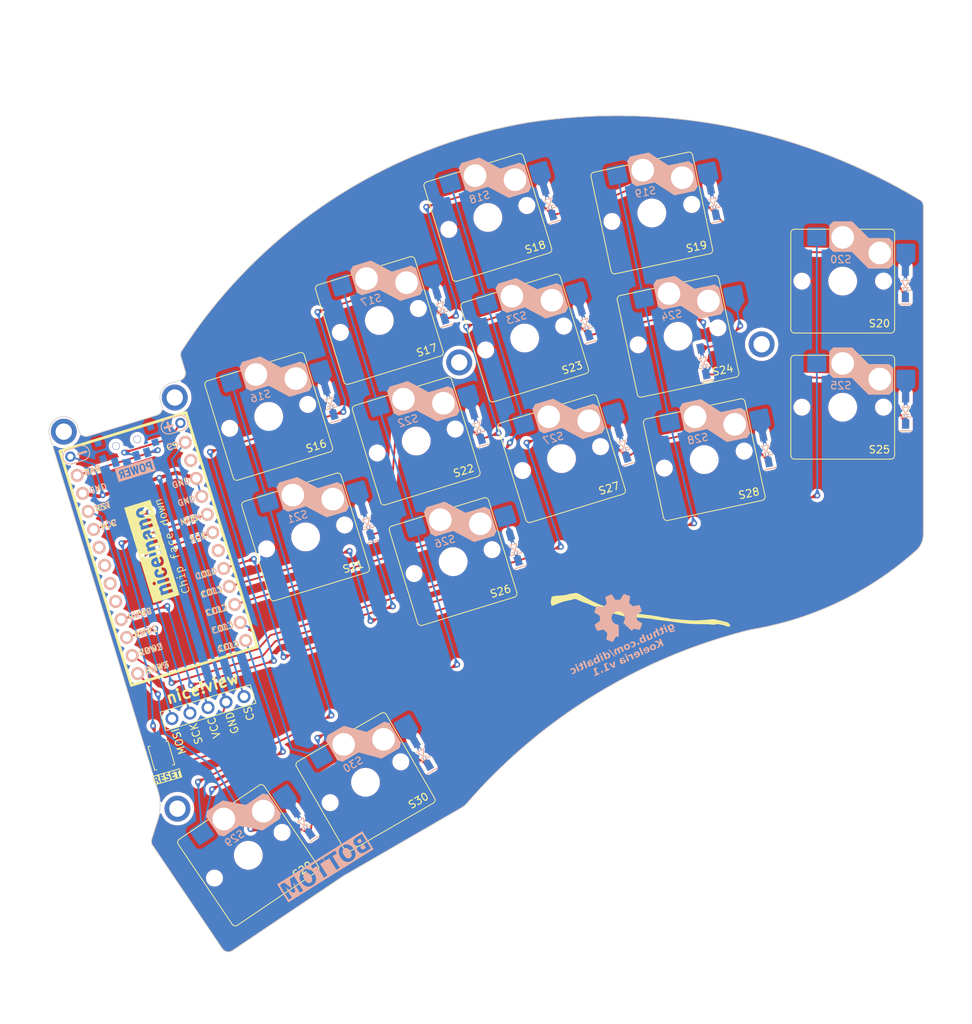
<source format=kicad_pcb>
(kicad_pcb (version 20241229) (generator "pcbnew") (generator_version "9.0")
  (title_block (title "Koeleria") (rev "v1.1"))
  (layers (0 "F.Cu" signal) (2 "B.Cu" signal) (13 "F.Paste" user) (15 "B.Paste" user) (5 "F.SilkS" user "F.Silkscreen") (7 "B.SilkS" user "B.Silkscreen") (1 "F.Mask" user) (3 "B.Mask" user) (25 "Edge.Cuts" user))
  (net 0 "")
  (net 1 "mirror_pinky_home")
  (net 2 "mirror_pinky_top")
  (net 3 "mirror_ring_bottom")
  (net 4 "mirror_ring_home")
  (net 5 "mirror_ring_top")
  (net 6 "mirror_middle_bottom")
  (net 7 "mirror_middle_home")
  (net 8 "mirror_middle_top")
  (net 9 "mirror_index_bottom")
  (net 10 "mirror_index_home")
  (net 11 "mirror_index_top")
  (net 12 "mirror_inner_bottom")
  (net 13 "mirror_inner_home")
  (net 14 "mirror_inner_thumb")
  (net 15 "mirror_space_thumb")
  (footprint "LOGO" (layer "F.Cu") (at 233.99 149.46 135)
    (property "Reference" "G***" (hide yes))
    (property "Value" "LOGO" (hide yes))
  )
  (footprint "KiCad Footprints:ducky_Hotswap_Kailh_Choc_V1_tweaked" (layer "F.Cu") (at 211.826586 142.145974 17.01)
    (property "Reference" "S26")
    (property "Value" "")
  )
  (footprint "KiCad Footprints:ducky_Hotswap_Kailh_Choc_V1_tweaked" (layer "F.Cu") (at 221.483056 112.003971 17)
    (property "Reference" "S23")
    (property "Value" "")
  )
  (footprint "KiCad Footprints:ducky_Hotswap_Kailh_Choc_V1_tweaked" (layer "F.Cu") (at 216.512737 95.74679 17)
    (property "Reference" "S18")
    (property "Value" "")
  )
  (footprint "KiCad Footprints:ducky_Hotswap_Kailh_Choc_V1_tweaked" (layer "F.Cu") (at 201.880273 109.633347 17.01)
    (property "Reference" "S17")
    (property "Value" "")
  )
  (footprint "KiCad Footprints:ducky_nice_view" (layer "F.Cu") (at 173.958715 146.067748 16.98)
    (property "Reference" "DISP1" (hide yes))
    (property "Value" "" (hide yes))
  )
  (footprint "KiCad Footprints:ducky_Hotswap_Kailh_Choc_V1_tweaked" (layer "F.Cu") (at 242.164019 111.770042 12)
    (property "Reference" "S24")
    (property "Value" "")
  )
  (footprint "KiCad Footprints:ducky_Hotswap_Kailh_Choc_V1_tweaked" (layer "F.Cu") (at 191.936525 138.820782 17.02)
    (property "Reference" "S21")
    (property "Value" "")
  )
  (footprint "kibuzzard-636588C8" (layer "F.Cu") (at 174.022412 140.070674 106.98)
    (property "Reference" "kibuzzard-636588C8" (hide yes))
    (property "Value" "G***" (hide yes))
  )
  (footprint "KiCad Footprints:ducky_Hotswap_Kailh_Choc_V1_tweaked" (layer "F.Cu") (at 245.698518 128.398551 12)
    (property "Reference" "S28")
    (property "Value" "")
  )
  (footprint "KiCad Footprints:ducky_Hotswap_Kailh_Choc_V1_tweaked" (layer "F.Cu") (at 186.960531 122.565337 17.02)
    (property "Reference" "S16")
    (property "Value" "")
  )
  (footprint "" (layer "F.Cu") (at 174.29 120.025)
    (property "Reference" "")
    (property "Value" "")
  )
  (footprint "KiCad Footprints:ducky_1pin_Battery" (layer "F.Cu") (at 160.210057 127.992642 17)
    (property "Reference" "Bat+0" (hide yes))
    (property "Value" "MountingHole_Pad" (hide yes))
  )
  (footprint "LOGO" (layer "F.Cu") (at 234.002829 149.434071 135)
    (property "Reference" "G***" (hide yes))
    (property "Value" "LOGO" (hide yes))
  )
  (footprint "" (layer "F.Cu") (at 159.32 124.625)
    (property "Reference" "")
    (property "Value" "")
  )
  (footprint "KiCad Footprints:ducky_Hotswap_Kailh_Choc_V1_tweaked" (layer "F.Cu") (at 264.373051 121.330674)
    (property "Reference" "S25")
    (property "Value" "")
  )
  (footprint "KiCad Footprints:ducky_1pin_Battery" (layer "F.Cu") (at 175.054219 123.455256 -163)
    (property "Reference" "Bat+0" (hide yes))
    (property "Value" "MountingHole_Pad" (hide yes))
  )
  (footprint "KiCad Footprints:ducky_Hotswap_Kailh_Choc_V1_tweaked" (layer "F.Cu") (at 200.014977 171.903089 30.01)
    (property "Reference" "S30")
    (property "Value" "")
  )
  (footprint "KiCad Footprints:ducky_Hotswap_Kailh_Choc_V1_tweaked" (layer "F.Cu") (at 238.62952 95.141532 12)
    (property "Reference" "S19")
    (property "Value" "")
  )
  (footprint "KiCad Footprints:ducky_Hotswap_Kailh_Choc_V1_tweaked" (layer "F.Cu") (at 264.373051 104.330674)
    (property "Reference" "S20")
    (property "Value" "")
  )
  (footprint "KiCad Footprints:ducky_Hotswap_Kailh_Choc_V1_tweaked" (layer "F.Cu") (at 206.853429 125.88966 17.01)
    (property "Reference" "S22")
    (property "Value" "")
  )
  (footprint "KiCad Footprints:ducky_Hotswap_Kailh_Choc_V1_tweaked" (layer "F.Cu") (at 184.205946 181.743035 34.01)
    (property "Reference" "S29")
    (property "Value" "")
  )
  (footprint "kibuzzard-6365884B" (layer "F.Cu") (at 171.197138 140.768949 106.98)
    (property "Reference" "kibuzzard-6365884B" (hide yes))
    (property "Value" "G***" (hide yes))
  )
  (footprint "KiCad Footprints:ducky_Hotswap_Kailh_Choc_V1_tweaked" (layer "F.Cu") (at 226.453375 128.261152 17)
    (property "Reference" "S27")
    (property "Value" "")
  )
  (footprint "Button_Switch_SMD:SW_SPST_B3U-1000P" (layer "F.Cu") (at 172.48 168.305 106)
    (property "Reference" "RESET")
    (property "Value" "SW_SPST_B3U-1000P" (hide yes))
  )
  (footprint "" (layer "F.Cu") (at 212.65 115.285)
    (property "Reference" "")
    (property "Value" "")
  )
  (footprint "" (layer "F.Cu") (at 174.65 175.455)
    (property "Reference" "")
    (property "Value" "")
  )
  (footprint "" (layer "F.Cu") (at 253.44 112.845)
    (property "Reference" "")
    (property "Value" "")
  )
  (footprint "KiCad Footprints:ducky_diode" (layer "B.Cu") (at 224.755984 93.614342 107)
    (property "Reference" "D17" (hide yes))
    (property "Value" "" (hide yes))
  )
  (footprint "urchin-footprints:smt-slider-switch" (layer "B.Cu") (at 167.807138 126.114382 -162.75)
    (property "Reference" "SW_POWER1" (hide yes))
    (property "Value" "SW_SPDT" (hide yes))
  )
  (footprint "KiCad Footprints:ducky_diode" (layer "B.Cu") (at 215.15 123.795 107.01)
    (property "Reference" "D22" (hide yes))
    (property "Value" "" (hide yes))
  )
  (footprint "KiCad Footprints:ducky_diode" (layer "B.Cu") (at 246.97 93.545 102)
    (property "Reference" "D16" (hide yes))
    (property "Value" "" (hide yes))
  )
  (footprint "KiCad Footprints:ducky_diode" (layer "B.Cu") (at 272.9 104.605 90)
    (property "Reference" "D19" (hide yes))
    (property "Value" "" (hide yes))
  )
  (footprint "KiCad Footprints:ducky_diode" (layer "B.Cu") (at 200.235902 136.724297 107.02)
    (property "Reference" "D28" (hide yes))
    (property "Value" "" (hide yes))
  )
  (footprint "KiCad Footprints:ducky_diode" (layer "B.Cu") (at 191.53 177.225 124.01)
    (property "Reference" "D30" (hide yes))
    (property "Value" "" (hide yes))
  )
  (footprint "KiCad Footprints:ducky_diode" (layer "B.Cu") (at 195.245902 120.504297 107.02)
    (property "Reference" "D23" (hide yes))
    (property "Value" "" (hide yes))
  )
  (footprint "kibuzzard-6365951E" (layer "B.Cu") (at 168.977138 129.788949 -163.02)
    (property "Reference" "kibuzzard-6365951E" (hide yes))
    (property "Value" "G***" (hide yes))
  )
  (footprint "KiCad Footprints:ducky_diode" (layer "B.Cu") (at 254.06 126.855 102)
    (property "Reference" "D25" (hide yes))
    (property "Value" "" (hide yes))
  )
  (footprint "KiCad Footprints:ducky_diode" (layer "B.Cu") (at 229.66 109.825 107)
    (property "Reference" "D21" (hide yes))
    (property "Value" "" (hide yes))
  )
  (footprint "Symbol:OSHW-Symbol_6.7x6mm_SilkScreen" (layer "B.Cu") (at 233.984089 149.452302 -156)
    (property "Reference" "REF**" (hide yes))
    (property "Value" "OSHW-Symbol_6.7x6mm_SilkScreen" (hide yes))
  )
  (footprint "KiCad Footprints:ducky_nice_nano" (layer "B.Cu") (at 172.494727 141.654623 -73.02)
    (property "Reference" "U2" (hide yes))
    (property "Value" "nice_nano" (hide yes))
  )
  (footprint "KiCad Footprints:ducky_diode" (layer "B.Cu") (at 220.115943 140.185 107.01)
    (property "Reference" "D27" (hide yes))
    (property "Value" "" (hide yes))
  )
  (footprint "KiCad Footprints:ducky_diode" (layer "B.Cu") (at 272.93 121.685 90)
    (property "Reference" "D24" (hide yes))
    (property "Value" "" (hide yes))
  )
  (footprint "KiCad Footprints:ducky_diode" (layer "B.Cu") (at 234.77 126.255 107)
    (property "Reference" "D26" (hide yes))
    (property "Value" "" (hide yes))
  )
  (footprint "KiCad Footprints:duckey diode" (layer "B.Cu") (at 210.22 107.625 107.01)
    (property "Reference" "D18" (hide yes))
    (property "Value" "" (hide yes))
  )
  (footprint "KiCad Footprints:ducky_diode" (layer "B.Cu") (at 207.64 167.915 120.01)
    (property "Reference" "D29" (hide yes))
    (property "Value" "" (hide yes))
  )
  (footprint "KiCad Footprints:ducky_diode" (layer "B.Cu") (at 245.63802 115.006914 102)
    (property "Reference" "D20" (hide yes))
    (property "Value" "" (hide yes))
  )
  (gr_line (start 171.297088 180.417256) (end 180.685044 194.330233) (stroke (width 0.1)) (layer "Edge.Cuts"))
  (gr_arc (start 172.388057 120.580877) (mid 172.53633 119.059097) (end 173.716723 118.087247) (stroke (width 0.1)) (layer "Edge.Cuts"))
  (gr_line (start 275.261129 122.179695) (end 275.261129 128.021695) (stroke (width 0.1)) (layer "Edge.Cuts"))
  (gr_arc (start 222.063493 82.905398) (mid 249.334519 83.527252) (end 274.776675 93.365556) (stroke (width 0.1)) (layer "Edge.Cuts"))
  (gr_arc (start 172.036791 173.126987) (mid 172.313504 175.017865) (end 172.01511 176.905443) (stroke (width 0.1)) (layer "Edge.Cuts"))
  (gr_arc (start 275.261129 138.452543) (mid 274.999669 139.677493) (end 274.260807 140.688896) (stroke (width 0.1)) (layer "Edge.Cuts"))
  (gr_line (start 275.261129 110.495695) (end 275.261129 122.179695) (stroke (width 0.1)) (layer "Edge.Cuts"))
  (gr_arc (start 175.686184 116.438138) (mid 175.612836 117.20038) (end 175.022081 117.687661) (stroke (width 0.1)) (layer "Edge.Cuts"))
  (gr_line (start 275.261129 128.021695) (end 275.261129 138.452543) (stroke (width 0.1)) (layer "Edge.Cuts"))
  (gr_line (start 175.686184 116.438138) (end 175.105685 114.539409) (stroke (width 0.1)) (layer "Edge.Cuts"))
  (gr_arc (start 274.776675 93.365556) (mid 275.131631 93.730495) (end 275.261129 94.222848) (stroke (width 0.1)) (layer "Edge.Cuts"))
  (gr_line (start 275.261129 94.222848) (end 275.261129 104.653695) (stroke (width 0.1)) (layer "Edge.Cuts"))
  (gr_line (start 173.716723 118.087247) (end 175.022081 117.687661) (stroke (width 0.1)) (layer "Edge.Cuts"))
  (gr_arc (start 172.557116 121.136601) (mid 172.482908 121.898478) (end 171.891939 122.385) (stroke (width 0.1)) (layer "Edge.Cuts"))
  (gr_arc (start 182.074376 194.60004) (mid 181.323826 194.752891) (end 180.685044 194.330233) (stroke (width 0.1)) (layer "Edge.Cuts"))
  (gr_line (start 171.891939 122.385) (end 162.632026 125.212504) (stroke (width 0.1)) (layer "Edge.Cuts"))
  (gr_arc (start 175.105685 114.539409) (mid 175.07159 114.108241) (end 175.222632 113.702959) (stroke (width 0.1)) (layer "Edge.Cuts"))
  (gr_arc (start 175.222632 113.702959) (mid 195.404069 93.377905) (end 222.063493 82.905398) (stroke (width 0.1)) (layer "Edge.Cuts"))
  (gr_line (start 275.261129 104.653695) (end 275.261129 110.495695) (stroke (width 0.1)) (layer "Edge.Cuts"))
  (gr_arc (start 213.887127 174.528302) (mid 231.140088 160.011095) (end 251.953791 151.339085) (stroke (width 0.1)) (layer "Edge.Cuts"))
  (gr_line (start 157.409511 125.223512) (end 172.036791 173.126987) (stroke (width 0.1)) (layer "Edge.Cuts"))
  (gr_arc (start 157.409511 125.223512) (mid 158.698317 122.686499) (end 161.218075 124.008713) (stroke (width 0.1)) (layer "Edge.Cuts"))
  (gr_line (start 161.217133 124.005627) (end 161.382633 124.547631) (stroke (width 0.1)) (layer "Edge.Cuts"))
  (gr_arc (start 171.297088 180.417256) (mid 171.136105 179.999992) (end 171.172941 179.554268) (stroke (width 0.1)) (layer "Edge.Cuts"))
  (gr_arc (start 274.260807 140.688896) (mid 263.868992 147.609375) (end 251.953791 151.339085) (stroke (width 0.1)) (layer "Edge.Cuts"))
  (gr_line (start 172.388057 120.580877) (end 172.557116 121.136601) (stroke (width 0.1)) (layer "Edge.Cuts"))
  (gr_arc (start 213.887127 174.528302) (mid 213.473858 174.98086) (end 212.977241 175.339986) (stroke (width 0.1)) (layer "Edge.Cuts"))
  (gr_arc (start 162.632026 125.212504) (mid 161.869654 125.138807) (end 161.382633 124.547631) (stroke (width 0.1)) (layer "Edge.Cuts"))
  (gr_line (start 171.172941 179.554268) (end 172.01511 176.905443) (stroke (width 0.1)) (layer "Edge.Cuts"))
  (gr_line (start 182.074376 194.60004) (end 197.026594 184.55281) (stroke (width 0.1)) (layer "Edge.Cuts"))
  (gr_line (start 197.026594 184.55281) (end 212.977241 175.339986) (stroke (width 0.1)) (layer "Edge.Cuts"))
  (gr_text "nice!view" (at 178.017138 159.178949 16.98) (layer "F.SilkS") (effects (font (size 1.5 1.5) (thickness 0.3))))
  (gr_text "COL4" (at 180.137138 154.488949 16.981) (layer "F.SilkS") (effects (font (size 0.8 0.8) (thickness 0.15) (bold yes)) (justify left bottom)))
  (gr_text "COL2" (at 178.547138 149.638949 16.981) (layer "F.SilkS") (effects (font (size 0.8 0.8) (thickness 0.15) (bold yes)) (justify left bottom)))
  (gr_text "ROW3" (at 170.377138 157.408949 16.981) (layer "F.SilkS") (effects (font (size 0.8 0.8) (thickness 0.15) (bold yes)) (justify left bottom)))
  (gr_text "BOTTOM" (at 201.16 180.995 32) (layer "B.SilkS" knockout) (effects (font (size 2.25 2) (thickness 0.3) (bold yes)) (justify left bottom mirror)))
  (gr_text "Koeleria v1.1" (at 240.42 153.565 24) (layer "B.SilkS") (effects (font (size 1 1) (thickness 0.25) (bold yes)) (justify left bottom mirror)))
  (gr_text "github.com/dibaltic" (at 241.88 151.31 24) (layer "B.SilkS") (effects (font (size 1 1) (thickness 0.25) (bold yes)) (justify left bottom mirror)))
  (gr_text "COL2" (at 181.567138 148.678949 16.981) (layer "B.SilkS") (effects (font (size 0.8 0.8) (thickness 0.15) (bold yes)) (justify left bottom mirror)))
  (gr_text "COL4" (at 183.167138 153.588949 16.981) (layer "B.SilkS") (effects (font (size 0.8 0.8) (thickness 0.15) (bold yes)) (justify left bottom mirror)))
  (gr_text "ROW3" (at 173.667138 156.448949 16.981) (layer "B.SilkS") (effects (font (size 0.8 0.8) (thickness 0.15) (bold yes)) (justify left bottom mirror)))
  (segment (start 270.79 102.795) (end 267.79 102.765) (width 0.25) (layer "F.Cu") (net 0))
  (segment (start 164.07 133.355) (end 174.51 130.135) (width 0.5) (layer "F.Cu") (net 0))
  (segment (start 251.75 100.235) (end 247.291671 95.419074) (width 0.25) (layer "F.Cu") (net 0))
  (segment (start 222.06 92.395) (end 222.17 92.365) (width 0.25) (layer "F.Cu") (net 0))
  (segment (start 175.054219 123.455256) (end 173.68 125.565) (width 0.25) (layer "F.Cu") (net 0))
  (segment (start 225.84 140.312568) (end 226.37 140.155) (width 0.25) (layer "F.Cu") (net 0))
  (segment (start 217.51 124.985) (end 217.7 124.905) (width 0.25) (layer "F.Cu") (net 0))
  (segment (start 246.07 124.465) (end 238.32 126.085) (width 0.25) (layer "F.Cu") (net 0))
  (segment (start 186.12 154.885) (end 173.85 158.535) (width 0.25) (layer "F.Cu") (net 0))
  (segment (start 185.56 153.905) (end 172.94 157.745) (width 0.25) (layer "F.Cu") (net 0))
  (segment (start 187.85 152.895) (end 186.12 154.885) (width 0.25) (layer "F.Cu") (net 0))
  (segment (start 161.127138 130.518949) (end 172.01 127.125) (width 0.25) (layer "F.Cu") (net 0))
  (segment (start 213.588295 110.455) (end 221.47 107.975) (width 0.25) (layer "F.Cu") (net 0))
  (segment (start 195.730327 122.343035) (end 179.04 127.355) (width 0.25) (layer "F.Cu") (net 0))
  (segment (start 200.69 150.155) (end 244.34 136.985) (width 0.25) (layer "F.Cu") (net 0))
  (segment (start 209.65 123.465) (end 212.4 122.585) (width 0.25) (layer "F.Cu") (net 0))
  (segment (start 219.25 93.225) (end 222.06 92.395) (width 0.25) (layer "F.Cu") (net 0))
  (segment (start 172.011416 166.670856) (end 171.36 164.285) (width 0.25) (layer "F.Cu") (net 0))
  (segment (start 192.530571 178.841936) (end 188.47 176.885) (width 0.25) (layer "F.Cu") (net 0))
  (segment (start 171.65 151.165) (end 167.803124 152.382408) (width 0.25) (layer "F.Cu") (net 0))
  (segment (start 220.600048 142.023823) (end 187.19 152.075) (width 0.25) (layer "F.Cu") (net 0))
  (segment (start 251.66 125.555) (end 248.8 126.195) (width 0.25) (layer "F.Cu") (net 0))
  (segment (start 172.03 160.025) (end 169.286677 157.240954) (width 0.25) (layer "F.Cu") (net 0))
  (segment (start 270.7 119.735) (end 272.855 123.585) (width 0.25) (layer "F.Cu") (net 0))
  (segment (start 204.24 122.825) (end 206.99 121.985) (width 0.25) (layer "F.Cu") (net 0))
  (segment (start 203.715415 148.185) (end 187.85 152.895) (width 0.25) (layer "F.Cu") (net 0))
  (segment (start 202.05 168.935) (end 204.71 167.335) (width 0.25) (layer "F.Cu") (net 0))
  (segment (start 193.531301 108.485) (end 201.94 105.735) (width 0.25) (layer "F.Cu") (net 0))
  (segment (start 172.948584 169.939144) (end 179.27 168.125) (width 0.25) (layer "F.Cu") (net 0))
  (segment (start 212.4 122.585) (end 212.56 122.535) (width 0.25) (layer "F.Cu") (net 0))
  (segment (start 201.94 105.735) (end 204.58 107.125) (width 0.25) (layer "F.Cu") (net 0))
  (segment (start 193.95 171.245) (end 199.07 168.045) (width 0.25) (layer "F.Cu") (net 0))
  (segment (start 248.8 126.195) (end 246.07 124.465) (width 0.25) (layer "F.Cu") (net 0))
  (segment (start 235.253783 128.093907) (end 232.16 124.895) (width 0.25) (layer "F.Cu") (net 0))
  (segment (start 188.96 155.025) (end 260.95 133.235) (width 0.25) (layer "F.Cu") (net 0))
  (segment (start 229.39 125.765) (end 226.690679 124.364321) (width 0.25) (layer "F.Cu") (net 0))
  (segment (start 215.634105 125.633823) (end 217.51 124.985) (width 0.25) (layer "F.Cu") (net 0))
  (segment (start 224.32 109.465) (end 227.05 108.615) (width 0.25) (layer "F.Cu") (net 0))
  (segment (start 204.58 107.125) (end 207.81 106.205) (width 0.25) (layer "F.Cu") (net 0))
  (segment (start 217.7 124.905) (end 217.97 124.825) (width 0.25) (layer "F.Cu") (net 0))
  (segment (start 211.81 138.765) (end 219.49 126.115) (width 0.25) (layer "F.Cu") (net 0))
  (segment (start 238.32 126.085) (end 235.253783 128.093907) (width 0.25) (layer "F.Cu") (net 0))
  (segment (start 225.239767 95.453249) (end 231.25 93.825) (width 0.25) (layer "F.Cu") (net 0))
  (segment (start 208.2 94.325) (end 216.54 91.775) (width 0.25) (layer "F.Cu") (net 0))
  (segment (start 179.31 172.855) (end 188.886725 167.781725) (width 0.25) (layer "F.Cu") (net 0))
  (segment (start 232.59 111.055) (end 243.41 108.465) (width 0.25) (layer "F.Cu") (net 0))
  (segment (start 272.825 106.505) (end 270.79 102.795) (width 0.25) (layer "F.Cu") (net 0))
  (segment (start 180.895211 143.073204) (end 184.95 141.785) (width 0.25) (layer "F.Cu") (net 0))
  (segment (start 231.25 93.825) (end 236.49 91.585) (width 0.25) (layer "F.Cu") (net 0))
  (segment (start 221.73 126.115) (end 226.690679 124.364321) (width 0.25) (layer "F.Cu") (net 0))
  (segment (start 188.47 176.885) (end 186.19 178.545) (width 0.25) (layer "F.Cu") (net 0))
  (segment (start 173.28 148.125) (end 167.061348 149.953134) (width 0.25) (layer "F.Cu") (net 0))
  (segment (start 174.51 130.135) (end 177.18633 130.926838) (width 0.5) (layer "F.Cu") (net 0))
  (segment (start 227.22 108.565) (end 230.143783 111.663907) (width 0.25) (layer "F.Cu") (net 0))
  (segment (start 170.881848 135.435) (end 163.352467 137.806769) (width 0.25) (layer "F.Cu") (net 0))
  (segment (start 212.38 156.035) (end 193.52 165.915) (width 0.25) (layer "F.Cu") (net 0))
  (segment (start 216.54 91.775) (end 219.25 93.225) (width 0.25) (layer "F.Cu") (net 0))
  (segment (start 161.868915 132.948222) (end 164.07 133.355) (width 0.5) (layer "F.Cu") (net 0))
  (segment (start 207.81 106.205) (end 210.704105 109.463823) (width 0.25) (layer "F.Cu") (net 0))
  (segment (start 222.17 92.365) (end 225.239767 95.453249) (width 0.25) (layer "F.Cu") (net 0))
  (segment (start 220.600048 142.023823) (end 225.84 140.312568) (width 0.25) (layer "F.Cu") (net 0))
  (segment (start 241.54 92.815) (end 244.43 92.215) (width 0.25) (layer "F.Cu") (net 0))
  (segment (start 203.12 137.835) (end 204.24 122.825) (width 0.25) (layer "F.Cu") (net 0))
  (segment (start 210.704105 109.463823) (end 212.22 109.015) (width 0.25) (layer "F.Cu") (net 0))
  (segment (start 239.01 91.135) (end 241.54 92.815) (width 0.25) (layer "F.Cu") (net 0))
  (segment (start 173.68 125.565) (end 167.46 127.445) (width 0.25) (layer "F.Cu") (net 0))
  (segment (start 232.16 124.895) (end 229.39 125.765) (width 0.25) (layer "F.Cu") (net 0))
  (segment (start 267.73 119.715) (end 270.7 119.735) (width 0.25) (layer "F.Cu") (net 0))
  (segment (start 244.43 92.215) (end 247.291671 95.419074) (width 0.25) (layer "F.Cu") (net 0))
  (segment (start 245.959691 116.880988) (end 265.57 117.495) (width 0.25) (layer "F.Cu") (net 0))
  (segment (start 179.27 168.125) (end 181.200772 161.087555) (width 0.25) (layer "F.Cu") (net 0))
  (segment (start 200.720327 138.563035) (end 203.12 137.835) (width 0.25) (layer "F.Cu") (net 0))
  (segment (start 243.41 108.465) (end 245.56 109.885) (width 0.25) (layer "F.Cu") (net 0))
  (segment (start 230.143783 111.663907) (end 232.59 111.055) (width 0.25) (layer "F.Cu") (net 0))
  (segment (start 236.49 91.585) (end 239.01 91.135) (width 0.25) (layer "F.Cu") (net 0))
  (segment (start 267.79 102.765) (end 265.54 100.535) (width 0.25) (layer "F.Cu") (net 0))
  (segment (start 169.937198 141.295) (end 179.411658 138.214658) (width 0.25) (layer "F.Cu") (net 0))
  (segment (start 192.530571 178.841936) (end 193.95 171.245) (width 0.25) (layer "F.Cu") (net 0))
  (segment (start 184.27 178.163462) (end 186.19 178.545) (width 0.25) (layer "F.Cu") (net 0))
  (segment (start 227.05 108.615) (end 227.22 108.565) (width 0.25) (layer "F.Cu") (net 0))
  (segment (start 195.730327 122.343035) (end 197.03 121.965) (width 0.25) (layer "F.Cu") (net 0))
  (segment (start 204.71 167.335) (end 208.525341 169.597794) (width 0.25) (layer "F.Cu") (net 0))
  (segment (start 176.46 158.855) (end 187.67 155.525) (width 0.25) (layer "F.Cu") (net 0))
  (segment (start 254.381671 128.729074) (end 251.66 125.555) (width 0.25) (layer "F.Cu") (net 0))
  (segment (start 181.636987 145.502477) (end 197.87 140.705) (width 0.25) (layer "F.Cu") (net 0))
  (segment (start 212.56 122.535) (end 215.634105 125.633823) (width 0.25) (layer "F.Cu") (net 0))
  (segment (start 199.07 168.045) (end 202.05 168.935) (width 0.25) (layer "F.Cu") (net 0))
  (segment (start 182.378763 147.93175) (end 211.81 138.765) (width 0.25) (layer "F.Cu") (net 0))
  (segment (start 195.42 162.885) (end 177.41 171.845) (width 0.25) (layer "F.Cu") (net 0))
  (segment (start 187.19 152.075) (end 185.56 153.905) (width 0.25) (layer "F.Cu") (net 0))
  (segment (start 172.94 157.745) (end 168.5449 154.811681) (width 0.25) (layer "F.Cu") (net 0))
  (segment (start 221.47 107.975) (end 224.32 109.465) (width 0.25) (layer "F.Cu") (net 0))
  (segment (start 265.54 100.535) (end 251.75 100.235) (width 0.25) (layer "F.Cu") (net 0))
  (segment (start 206.99 121.985) (end 209.65 123.465) (width 0.25) (layer "F.Cu") (net 0))
  (segment (start 167.1 139.665) (end 178.669882 135.785385) (width 0.25) (layer "F.Cu") (net 0))
  (segment (start 265.57 117.495) (end 267.73 119.715) (width 0.25) (layer "F.Cu") (net 0))
  (via (at 173.28 148.125) (size 0.8) (drill 0.4) (layers "F.Cu" "B.Cu") (net 0))
  (via (at 188.96 155.025) (size 0.8) (drill 0.4) (layers "F.Cu" "B.Cu") (net 0))
  (via (at 172.03 160.025) (size 0.8) (drill 0.4) (layers "F.Cu" "B.Cu") (net 0))
  (via (at 172.01 127.125) (size 0.8) (drill 0.4) (layers "F.Cu" "B.Cu") (net 0))
  (via (at 169.937198 141.295) (size 0.8) (drill 0.4) (layers "F.Cu" "B.Cu") (net 0))
  (via (at 173.85 158.535) (size 0.8) (drill 0.4) (layers "F.Cu" "B.Cu") (net 0))
  (via (at 184.95 141.785) (size 0.8) (drill 0.4) (layers "F.Cu" "B.Cu") (net 0))
  (via (at 164.58 133.197701) (size 0.8) (drill 0.4) (layers "F.Cu" "B.Cu") (net 0))
  (via (at 167.1 139.665) (size 0.8) (drill 0.4) (layers "F.Cu" "B.Cu") (net 0))
  (via (at 226.37 140.155) (size 0.8) (drill 0.4) (layers "F.Cu" "B.Cu") (net 0))
  (via (at 203.715415 148.185) (size 0.8) (drill 0.4) (layers "F.Cu" "B.Cu") (net 0))
  (via (at 244.34 136.985) (size 0.8) (drill 0.4) (layers "F.Cu" "B.Cu") (net 0))
  (via (at 221.73 126.115) (size 0.8) (drill 0.4) (layers "F.Cu" "B.Cu") (net 0))
  (via (at 167.46 127.445) (size 0.8) (drill 0.4) (layers "F.Cu" "B.Cu") (net 0))
  (via (at 217.97 124.825) (size 0.8) (drill 0.4) (layers "F.Cu" "B.Cu") (net 0))
  (via (at 219.49 126.115) (size 0.8) (drill 0.4) (layers "F.Cu" "B.Cu") (net 0))
  (via (at 212.22 109.015) (size 0.8) (drill 0.4) (layers "F.Cu" "B.Cu") (net 0))
  (via (at 260.95 133.235) (size 0.8) (drill 0.4) (layers "F.Cu" "B.Cu") (net 0))
  (via (at 197.87 140.705) (size 0.8) (drill 0.4) (layers "F.Cu" "B.Cu") (net 0))
  (via (at 245.56 109.885) (size 0.8) (drill 0.4) (layers "F.Cu" "B.Cu") (net 0))
  (via (at 179.31 172.855) (size 0.8) (drill 0.4) (layers "F.Cu" "B.Cu") (net 0))
  (via (at 176.49 158.846088) (size 0.8) (drill 0.4) (layers "F.Cu" "B.Cu") (net 0))
  (via (at 195.42 162.885) (size 0.8) (drill 0.4) (layers "F.Cu" "B.Cu") (net 0))
  (via (at 200.69 150.155) (size 0.8) (drill 0.4) (layers "F.Cu" "B.Cu") (net 0))
  (via (at 213.588295 110.455) (size 0.8) (drill 0.4) (layers "F.Cu" "B.Cu") (net 0))
  (via (at 208.2 94.325) (size 0.8) (drill 0.4) (layers "F.Cu" "B.Cu") (net 0))
  (via (at 179.04 127.355) (size 0.8) (drill 0.4) (layers "F.Cu" "B.Cu") (net 0))
  (via (at 212.38 156.035) (size 0.8) (drill 0.4) (layers "F.Cu" "B.Cu") (net 0))
  (via (at 193.52 165.915) (size 0.8) (drill 0.4) (layers "F.Cu" "B.Cu") (net 0))
  (via (at 187.67 155.525) (size 0.8) (drill 0.4) (layers "F.Cu" "B.Cu") (net 0))
  (via (at 170.881848 135.435) (size 0.8) (drill 0.4) (layers "F.Cu" "B.Cu") (net 0))
  (via (at 193.531301 108.485) (size 0.8) (drill 0.4) (layers "F.Cu" "B.Cu") (net 0))
  (via (at 184.5 178.209167) (size 0.8) (drill 0.4) (layers "F.Cu" "B.Cu") (net 0))
  (via (at 197.03 121.965) (size 0.8) (drill 0.4) (layers "F.Cu" "B.Cu") (net 0))
  (via (at 171.36 164.285) (size 0.8) (drill 0.4) (layers "F.Cu" "B.Cu") (net 0))
  (via (at 188.886725 167.781725) (size 0.8) (drill 0.4) (layers "F.Cu" "B.Cu") (net 0))
  (via (at 171.65 151.165) (size 0.8) (drill 0.4) (layers "F.Cu" "B.Cu") (net 0))
  (via (at 177.41 171.845) (size 0.8) (drill 0.4) (layers "F.Cu" "B.Cu") (net 0))
  (via (at 172.2 130.847471) (size 0.8) (drill 0.4) (layers "F.Cu" "B.Cu") (net 0))
  (segment (start 170.571257 127.42883) (end 172.01 127.125) (width 0.25) (layer "B.Cu") (net 0))
  (segment (start 193.983287 168.457989) (end 190.06 167.375) (width 0.25) (layer "B.Cu") (net 0))
  (segment (start 206.724466 137.432337) (end 212.38 156.035) (width 0.25) (layer "B.Cu") (net 0))
  (segment (start 171.05 158.095) (end 164.33 136.085) (width 0.25) (layer "B.Cu") (net 0))
  (segment (start 246.74 115.625) (end 245.959691 116.880988) (width 0.25) (layer "B.Cu") (net 0))
  (segment (start 183.630045 160.345779) (end 173.88 128.405) (width 0.25) (layer "B.Cu") (net 0))
  (segment (start 200.720327 138.563035) (end 203.715415 148.185) (width 0.25) (layer "B.Cu") (net 0))
  (segment (start 245.56 109.885) (end 246.74 115.625) (width 0.25) (layer "B.Cu") (net 0))
  (segment (start 176.49 158.846088) (end 173.28 148.125) (width 0.25) (layer "B.Cu") (net 0))
  (segment (start 241.027531 123.257356) (end 244.34 136.985) (width 0.25) (layer "B.Cu") (net 0))
  (segment (start 172.2 130.847471) (end 181.200772 161.087555) (width 0.5) (layer "B.Cu") (net 0))
  (segment (start 211.41144 91.032262) (end 221.352078 123.546624) (width 0.25) (layer "B.Cu") (net 0))
  (segment (start 184.93 151.355) (end 183.120539 150.361024) (width 0.25) (layer "B.Cu") (net 0))
  (segment (start 219.49 126.115) (end 221.352078 123.546624) (width 0.25) (layer "B.Cu") (net 0))
  (segment (start 212.26 107.485) (end 208.2 94.325) (width 0.25) (layer "B.Cu") (net 0))
  (segment (start 188.63 153.925) (end 188.96 155.025) (width 0.25) (layer "B.Cu") (net 0))
  (segment (start 190.06 167.375) (end 184.93 151.355) (width 0.25) (layer "B.Cu") (net 0))
  (segment (start 177.41 171.845) (end 177.948631 178.727077) (width 0.25) (layer "B.Cu") (net 0))
  (segment (start 197.87 140.705) (end 200.69 150.155) (width 0.25) (layer "B.Cu") (net 0))
  (segment (start 169.138727 127.873642) (end 167.46 127.445) (width 0.25) (layer "B.Cu") (net 0))
  (segment (start 177.18633 130.926838) (end 177.928106 133.356112) (width 0.25) (layer "B.Cu") (net 0))
  (segment (start 160.210057 127.992642) (end 163.43 129.045) (width 0.25) (layer "B.Cu") (net 0))
  (segment (start 173.912953 163.312884) (end 167.1 139.665) (width 0.25) (layer "B.Cu") (net 0))
  (segment (start 213.57 110.395) (end 217.97 124.825) (width 0.25) (layer "B.Cu") (net 0))
  (segment (start 186.833583 134.108035) (end 193.93 158.305) (width 0.25) (layer "B.Cu") (net 0))
  (segment (start 193.52 165.915) (end 193.983287 168.457989) (width 0.25) (layer "B.Cu") (net 0))
  (segment (start 193.5 108.385) (end 197.3 120.525) (width 0.25) (layer "B.Cu") (net 0))
  (segment (start 179.04 127.355) (end 183.86 143.175) (width 0.25) (layer "B.Cu") (net 0))
  (segment (start 260.873051 98.330674) (end 260.873051 115.330674) (width 0.25) (layer "B.Cu") (net 0))
  (segment (start 164.33 136.085) (end 162.610691 135.377496) (width 0.25) (layer "B.Cu") (net 0))
  (segment (start 171.36 164.285) (end 171.05 158.095) (width 0.25) (layer "B.Cu") (net 0))
  (segment (start 169.88 141.105) (end 176.342226 162.571108) (width 0.25) (layer "B.Cu") (net 0))
  (segment (start 233.958533 90.000337) (end 241.027531 123.257356) (width 0.25) (layer "B.Cu") (net 0))
  (segment (start 179.67 169.895) (end 173.03 165.355) (width 0.25) (layer "B.Cu") (net 0))
  (segment (start 226.37 140.155) (end 221.73 126.115) (width 0.25) (layer "B.Cu") (net 0))
  (segment (start 172.55 163.925) (end 172.03 160.025) (width 0.25) (layer "B.Cu") (net 0))
  (segment (start 193.93 158.305) (end 195.42 162.885) (width 0.25) (layer "B.Cu") (net 0))
  (segment (start 188.886725 167.781725) (end 183.862316 152.790297) (width 0.25) (layer "B.Cu") (net 0))
  (segment (start 197.03 121.965) (end 197.3 120.525) (width 0.25) (layer "B.Cu") (net 0))
  (segment (start 184.95 141.785) (end 188.63 153.925) (width 0.25) (layer "B.Cu") (net 0))
  (segment (start 163.43 129.045) (end 164.58 133.197701) (width 0.25) (layer "B.Cu") (net 0))
  (segment (start 212.22 109.015) (end 212.26 107.485) (width 0.25) (layer "B.Cu") (net 0))
  (segment (start 177.948631 178.727077) (end 179.31 172.855) (width 0.25) (layer "B.Cu") (net 0))
  (segment (start 260.873051 115.330674) (end 260.95 133.235) (width 0.25) (layer "B.Cu") (net 0))
  (segment (start 184.5 178.209167) (end 179.67 169.895) (width 0.25) (layer "B.Cu") (net 0))
  (segment (start 173.85 158.535) (end 171.65 151.165) (width 0.25) (layer "B.Cu") (net 0))
  (segment (start 196.778153 104.91971) (end 206.724466 137.432337) (width 0.25) (layer "B.Cu") (net 0))
  (segment (start 173.88 128.405) (end 175.702777 126.068292) (width 0.25) (layer "B.Cu") (net 0))
  (segment (start 181.857589 117.85259) (end 186.833583 134.108035) (width 0.25) (layer "B.Cu") (net 0))
  (segment (start 183.86 143.175) (end 187.67 155.525) (width 0.25) (layer "B.Cu") (net 0))
  (segment (start 173.03 165.355) (end 172.55 163.925) (width 0.25) (layer "B.Cu") (net 0))
  (segment (start 178.771499 161.829331) (end 170.881848 135.435) (width 0.25) (layer "B.Cu") (net 0))
  (segment (start 246.15371 89.657322) (end 246.553584 91.94665) (width 0.25) (layer "B.Cu") (net 1))
  (segment (start 223.530315 89.627672) (end 224.201847 92.058367) (width 0.25) (layer "B.Cu") (net 2))
  (segment (start 208.896783 103.513005) (end 209.665592 106.069122) (width 0.25) (layer "B.Cu") (net 3))
  (segment (start 272.873051 100.530674) (end 272.825 102.955) (width 0.25) (layer "B.Cu") (net 4))
  (segment (start 248.39 112.805) (end 250.56 110.375) (width 0.25) (layer "F.Cu") (net 5))
  (segment (start 245.221604 113.408564) (end 248.39 112.805) (width 0.25) (layer "F.Cu") (net 5))
  (via (at 250.56 110.375) (size 0.8) (drill 0.4) (layers "F.Cu" "B.Cu") (net 5))
  (segment (start 249.688209 106.285832) (end 250.56 110.375) (width 0.25) (layer "B.Cu") (net 5))
  (segment (start 228.500634 105.884853) (end 229.105863 108.269025) (width 0.25) (layer "B.Cu") (net 6))
  (segment (start 213.869939 119.769318) (end 214.595593 122.239121) (width 0.25) (layer "B.Cu") (net 7))
  (segment (start 193.975973 116.44377) (end 194.691223 118.948517) (width 0.25) (layer "B.Cu") (net 8))
  (segment (start 272.873051 117.530674) (end 272.855 120.035) (width 0.25) (layer "B.Cu") (net 9))
  (segment (start 253.222708 122.914341) (end 253.643584 125.25665) (width 0.25) (layer "B.Cu") (net 10))
  (segment (start 233.470953 122.142034) (end 234.215863 124.699025) (width 0.25) (layer "B.Cu") (net 11))
  (segment (start 218.843096 136.025632) (end 219.561536 138.629121) (width 0.25) (layer "B.Cu") (net 12))
  (segment (start 198.951967 132.699215) (end 199.681223 135.168517) (width 0.25) (layer "B.Cu") (net 13))
  (segment (start 205.474877 164.361239) (end 206.749804 166.523714) (width 0.25) (layer "B.Cu") (net 14))
  (segment (start 189.126453 173.838694) (end 190.544923 175.899199) (width 0.25) (layer "B.Cu") (net 15))
  (zone (net 0) (net_name "") (layers "F.Cu" "B.Cu") (connect_pads (clearance 0.508)) (min_thickness 0.25) (fill yes (thermal_gap 0.5) (thermal_bridge_width 0.5) (island_removal_mode 1) (island_area_min 10))
    (polygon (pts (xy 150.72 120.3) (xy 167.34 204.5) (xy 281.83 156.12) (xy 279.50599 66.425765) (xy 159.59 94.82)))
  )
)
</source>
